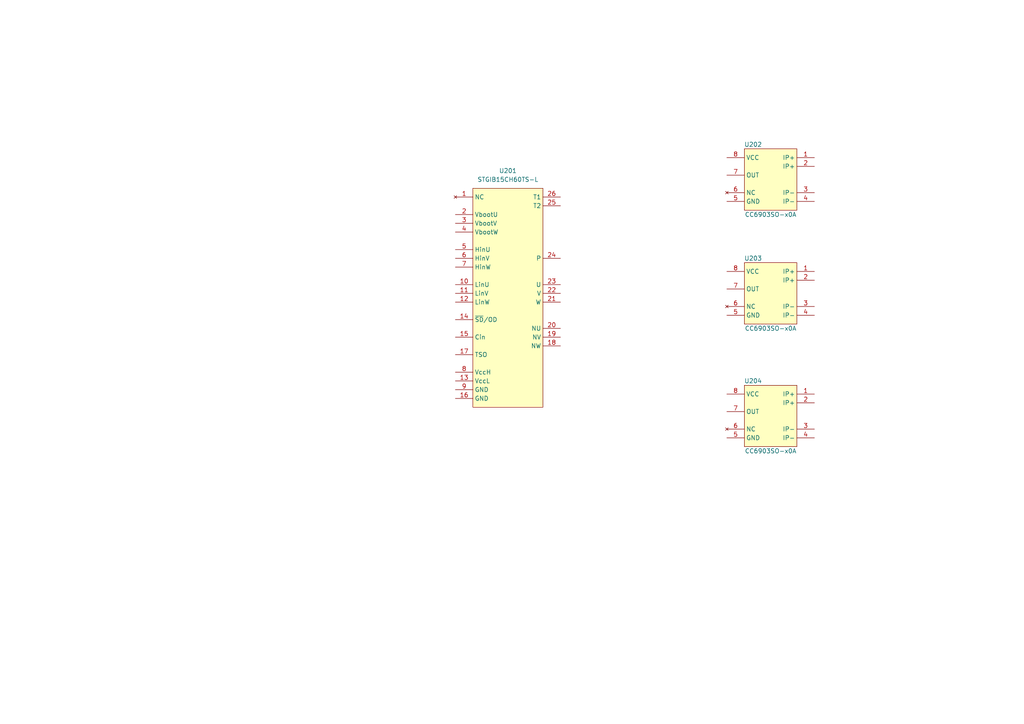
<source format=kicad_sch>
(kicad_sch (version 20211123) (generator eeschema)
  (paper "A4")
  (lib_symbols
    (symbol "custom_parts:CC6903SO-x0A"
      (property "Reference" "U" (at 1.27 3.81 0))
      (property "Value" "CC6903SO-x0A" (at 7.62 -16.51 0))
      (symbol "CC6903SO-x0A_0_1"
        (rectangle (start 0 2.54) (end 15.24 -15.24) (fill (type background)))
      )
      (symbol "CC6903SO-x0A_1_1"
        (pin bidirectional line (at -5.08 0 0) (length 5.08) (name "IP+") (number "1"))
        (pin bidirectional line (at -5.08 -2.54 0) (length 5.08) (name "IP+") (number "2"))
        (pin bidirectional line (at -5.08 -10.16 0) (length 5.08) (name "IP-") (number "3"))
        (pin bidirectional line (at -5.08 -12.7 0) (length 5.08) (name "IP-") (number "4"))
        (pin bidirectional line (at 20.32 -12.7 180) (length 5.08) (name "GND") (number "5"))
        (pin no_connect line (at 20.32 -10.16 180) (length 5.08) (name "NC") (number "6"))
        (pin bidirectional line (at 20.32 -5.08 180) (length 5.08) (name "OUT") (number "7"))
        (pin bidirectional line (at 20.32 0 180) (length 5.08) (name "VCC") (number "8"))
      )
    )
    (symbol "custom_parts:STGIB15CH60TS-L"
      (property "Reference" "U" (at 1.27 3.81 0))
      (property "Value" "STGIB15CH60TS-L" (at 10.16 -62.23 0))
      (symbol "STGIB15CH60TS-L_0_1"
        (rectangle (start 0 2.54) (end 20.32 -60.96) (fill (type background)))
      )
      (symbol "STGIB15CH60TS-L_1_1"
        (pin no_connect line (at -5.08 0 0) (length 5.08) (name "NC") (number "1"))
        (pin input line (at -5.08 -25.4 0) (length 5.08) (name "LinU") (number "10"))
        (pin input line (at -5.08 -27.94 0) (length 5.08) (name "LinV") (number "11"))
        (pin input line (at -5.08 -30.48 0) (length 5.08) (name "LinW") (number "12"))
        (pin input line (at -5.08 -53.34 0) (length 5.08) (name "VccL") (number "13"))
        (pin open_collector line (at -5.08 -35.56 0) (length 5.08) (name "~{SD}/OD") (number "14"))
        (pin input line (at -5.08 -40.64 0) (length 5.08) (name "Cin") (number "15"))
        (pin input line (at -5.08 -58.42 0) (length 5.08) (name "GND") (number "16"))
        (pin input line (at -5.08 -45.72 0) (length 5.08) (name "TSO") (number "17"))
        (pin power_out line (at 25.4 -43.18 180) (length 5.08) (name "NW") (number "18"))
        (pin power_out line (at 25.4 -40.64 180) (length 5.08) (name "NV") (number "19"))
        (pin output line (at -5.08 -5.08 0) (length 5.08) (name "VbootU") (number "2"))
        (pin power_out line (at 25.4 -38.1 180) (length 5.08) (name "NU") (number "20"))
        (pin power_out line (at 25.4 -30.48 180) (length 5.08) (name "W") (number "21"))
        (pin power_out line (at 25.4 -27.94 180) (length 5.08) (name "V") (number "22"))
        (pin power_out line (at 25.4 -25.4 180) (length 5.08) (name "U") (number "23"))
        (pin power_in line (at 25.4 -17.78 180) (length 5.08) (name "P") (number "24"))
        (pin bidirectional line (at 25.4 -2.54 180) (length 5.08) (name "T2") (number "25"))
        (pin bidirectional line (at 25.4 0 180) (length 5.08) (name "T1") (number "26"))
        (pin output line (at -5.08 -7.62 0) (length 5.08) (name "VbootV") (number "3"))
        (pin output line (at -5.08 -10.16 0) (length 5.08) (name "VbootW") (number "4"))
        (pin input line (at -5.08 -15.24 0) (length 5.08) (name "HinU") (number "5"))
        (pin input line (at -5.08 -17.78 0) (length 5.08) (name "HinV") (number "6"))
        (pin input line (at -5.08 -20.32 0) (length 5.08) (name "HinW") (number "7"))
        (pin input line (at -5.08 -50.8 0) (length 5.08) (name "VccH") (number "8"))
        (pin input line (at -5.08 -55.88 0) (length 5.08) (name "GND") (number "9"))
      )
    )
  )
  (symbol (lib_id "custom_parts:CC6903SO-x0A") (at 231.14 78.74 0) (mirror y) (unit 1)
    (property "Reference" "U203" (at 218.44 74.93 0))
    (property "Value" "CC6903SO-x0A" (at 223.52 95.25 0))
    (property "Footprint" "Package_SO:SO-8_3.9x4.9mm_P1.27mm" (effects hide))
  )
  (symbol (lib_id "custom_parts:STGIB15CH60TS-L") (at 137.16 57.15 0) (unit 1)
    (property "Reference" "U201" (at 147.32 49.53 0))
    (property "Value" "STGIB15CH60TS-L" (at 147.32 52.07 0))
  )
  (symbol (lib_id "custom_parts:CC6903SO-x0A") (at 231.14 114.3 0) (mirror y) (unit 1)
    (property "Reference" "U204" (at 218.44 110.49 0))
    (property "Value" "CC6903SO-x0A" (at 223.52 130.81 0))
    (property "Footprint" "Package_SO:SO-8_3.9x4.9mm_P1.27mm" (effects hide))
  )
  (symbol (lib_id "custom_parts:CC6903SO-x0A") (at 231.14 45.72 0) (mirror y) (unit 1)
    (property "Reference" "U202" (at 218.44 41.91 0))
    (property "Value" "CC6903SO-x0A" (at 223.52 62.23 0))
    (property "Footprint" "Package_SO:SO-8_3.9x4.9mm_P1.27mm" (effects hide))
  )
)
</source>
